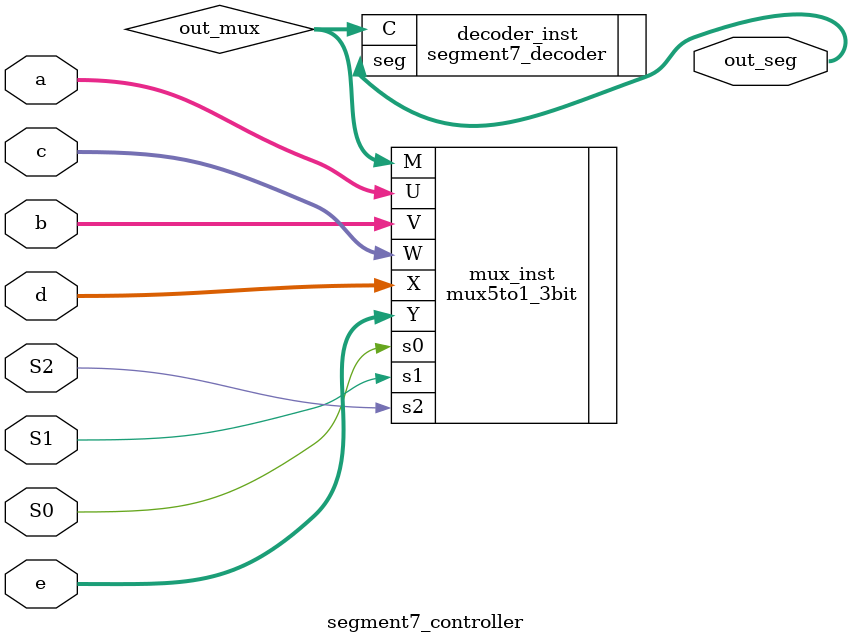
<source format=v>
module segment7_controller(
	input [2:0] a,b,c,d,e,
	input S2,S1,S0,
	output [6:0] out_seg
);
	wire [2:0] out_mux;
	mux5to1_3bit mux_inst (
		.U(a),.V(b),.W(c),.X(d),.Y(e),
		.s2(S2),.s1(S1),.s0(S0),
		.M(out_mux)
	);
	segment7_decoder decoder_inst(
		.C(out_mux),
		.seg(out_seg)
	);
endmodule
</source>
